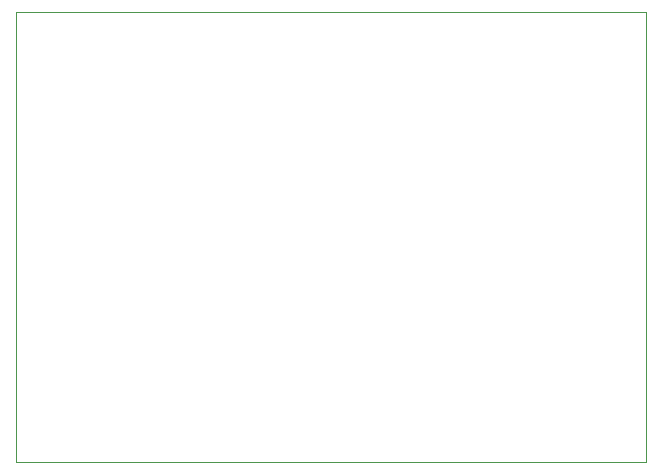
<source format=gbr>
%TF.GenerationSoftware,KiCad,Pcbnew,7.0.5-7.0.5~ubuntu22.04.1*%
%TF.CreationDate,2023-06-17T21:55:33-05:00*%
%TF.ProjectId,power-sensor-breakout,706f7765-722d-4736-956e-736f722d6272,rev?*%
%TF.SameCoordinates,Original*%
%TF.FileFunction,Profile,NP*%
%FSLAX46Y46*%
G04 Gerber Fmt 4.6, Leading zero omitted, Abs format (unit mm)*
G04 Created by KiCad (PCBNEW 7.0.5-7.0.5~ubuntu22.04.1) date 2023-06-17 21:55:33*
%MOMM*%
%LPD*%
G01*
G04 APERTURE LIST*
%TA.AperFunction,Profile*%
%ADD10C,0.100000*%
%TD*%
G04 APERTURE END LIST*
D10*
X92710000Y-69850000D02*
X146050000Y-69850000D01*
X146050000Y-107950000D01*
X92710000Y-107950000D01*
X92710000Y-69850000D01*
M02*

</source>
